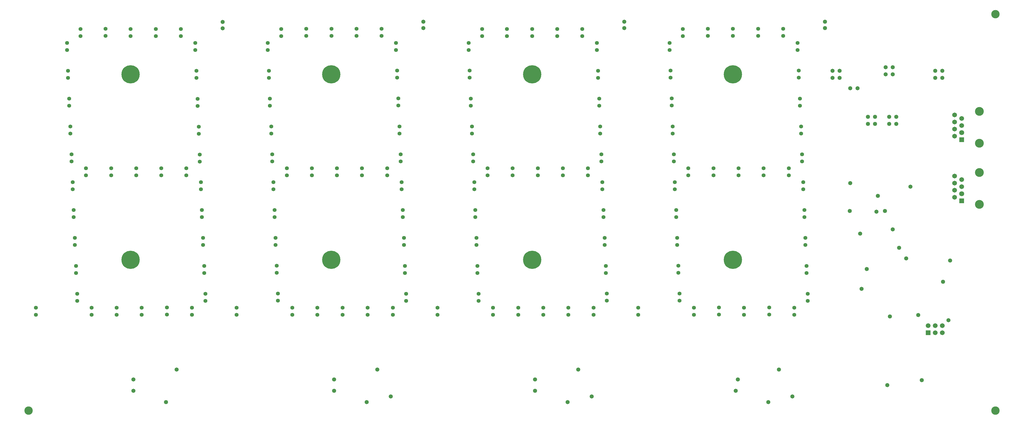
<source format=gbs>
%FSLAX24Y24*%
%MOIN*%
G70*
G01*
G75*
G04 Layer_Color=16711935*
%ADD10R,0.1299X0.0787*%
%ADD11R,0.0866X0.0925*%
%ADD12R,0.0610X0.0925*%
%ADD13R,0.0335X0.0335*%
%ADD14R,0.0394X0.0394*%
%ADD15O,0.0236X0.0866*%
%ADD16O,0.0236X0.0866*%
%ADD17R,0.0787X0.2362*%
%ADD18R,0.0354X0.0354*%
%ADD19R,0.0630X0.1181*%
%ADD20C,0.0394*%
%ADD21R,0.0335X0.0669*%
%ADD22R,0.0472X0.1378*%
%ADD23R,0.2185X0.2559*%
%ADD24R,0.0492X0.1201*%
%ADD25O,0.0689X0.0217*%
%ADD26O,0.0217X0.0689*%
%ADD27R,0.0630X0.0236*%
%ADD28R,0.0630X0.0236*%
%ADD29C,0.0150*%
%ADD30C,0.0250*%
%ADD31C,0.0500*%
%ADD32C,0.0100*%
%ADD33C,0.0300*%
%ADD34C,0.2500*%
%ADD35C,0.0472*%
%ADD36R,0.0591X0.0591*%
%ADD37C,0.0591*%
%ADD38C,0.0472*%
%ADD39C,0.0591*%
%ADD40R,0.0591X0.0591*%
%ADD41C,0.0630*%
%ADD42C,0.1161*%
%ADD43C,0.0500*%
%ADD44C,0.0098*%
%ADD45C,0.0236*%
%ADD46C,0.0079*%
%ADD47R,0.1379X0.0867*%
%ADD48R,0.0946X0.1005*%
%ADD49R,0.0690X0.1005*%
%ADD50R,0.0415X0.0415*%
%ADD51R,0.0474X0.0474*%
%ADD52O,0.0316X0.0946*%
%ADD53O,0.0316X0.0946*%
%ADD54R,0.0867X0.2442*%
%ADD55R,0.0434X0.0434*%
%ADD56R,0.0710X0.1261*%
%ADD57C,0.0984*%
%ADD58R,0.0415X0.0749*%
%ADD59R,0.0552X0.1458*%
%ADD60R,0.2265X0.2639*%
%ADD61R,0.0572X0.1281*%
%ADD62C,0.1181*%
%ADD63O,0.0769X0.0297*%
%ADD64O,0.0297X0.0769*%
%ADD65R,0.0710X0.0316*%
%ADD66R,0.0710X0.0316*%
%ADD67C,0.2580*%
%ADD68C,0.0552*%
%ADD69R,0.0671X0.0671*%
%ADD70C,0.0671*%
%ADD71C,0.0552*%
%ADD72C,0.0671*%
%ADD73R,0.0671X0.0671*%
%ADD74C,0.0710*%
%ADD75C,0.1241*%
%ADD76C,0.0580*%
D62*
X203000Y99500D02*
D03*
Y43500D02*
D03*
X66500D02*
D03*
D67*
X165940Y91000D02*
D03*
Y64800D02*
D03*
X80900D02*
D03*
Y91000D02*
D03*
X137600Y64800D02*
D03*
Y91000D02*
D03*
X109240Y64800D02*
D03*
Y91000D02*
D03*
D68*
X130520Y96420D02*
D03*
Y97420D02*
D03*
X147360Y78700D02*
D03*
Y79700D02*
D03*
X129260Y78720D02*
D03*
Y79720D02*
D03*
X130040Y59020D02*
D03*
Y60020D02*
D03*
X148140Y59040D02*
D03*
Y60040D02*
D03*
X132080Y57060D02*
D03*
Y58060D02*
D03*
X102160Y96420D02*
D03*
Y97420D02*
D03*
X100900Y78720D02*
D03*
Y79720D02*
D03*
X101700Y59040D02*
D03*
Y60040D02*
D03*
X134040Y96420D02*
D03*
Y97420D02*
D03*
X147200Y82660D02*
D03*
Y83660D02*
D03*
X129880Y62960D02*
D03*
Y63960D02*
D03*
X148000Y62960D02*
D03*
Y63960D02*
D03*
X135620Y57060D02*
D03*
Y58060D02*
D03*
X105700Y96440D02*
D03*
Y97440D02*
D03*
X100760Y82640D02*
D03*
Y83640D02*
D03*
X101540Y62980D02*
D03*
Y63980D02*
D03*
X156990Y95450D02*
D03*
Y94450D02*
D03*
X157140Y91550D02*
D03*
Y90550D02*
D03*
X128620Y95460D02*
D03*
Y94460D02*
D03*
X129420Y75780D02*
D03*
Y74780D02*
D03*
X145480Y77740D02*
D03*
Y76740D02*
D03*
X100280Y95460D02*
D03*
Y94460D02*
D03*
X117120Y77740D02*
D03*
Y76740D02*
D03*
X158860Y96420D02*
D03*
Y97420D02*
D03*
X159640Y77740D02*
D03*
Y76740D02*
D03*
X173820Y77740D02*
D03*
Y76740D02*
D03*
X162400Y96430D02*
D03*
Y97430D02*
D03*
X163200Y77760D02*
D03*
Y76760D02*
D03*
X166720Y77740D02*
D03*
Y76740D02*
D03*
X170280Y77740D02*
D03*
Y76740D02*
D03*
X157290Y86600D02*
D03*
Y87600D02*
D03*
X157440Y82650D02*
D03*
Y83650D02*
D03*
X157590Y78700D02*
D03*
Y79700D02*
D03*
X157750Y75780D02*
D03*
Y74780D02*
D03*
X157920Y71840D02*
D03*
Y70840D02*
D03*
X158080Y67900D02*
D03*
Y66900D02*
D03*
X158240Y63970D02*
D03*
Y62970D02*
D03*
X160430Y58060D02*
D03*
Y57060D02*
D03*
X163980Y58070D02*
D03*
Y57070D02*
D03*
X167510Y58060D02*
D03*
Y57060D02*
D03*
X171060Y58070D02*
D03*
Y57070D02*
D03*
X174610Y58060D02*
D03*
Y57060D02*
D03*
X176500Y60020D02*
D03*
Y59020D02*
D03*
X176340Y63960D02*
D03*
Y62960D02*
D03*
X176180Y67900D02*
D03*
Y66900D02*
D03*
X176020Y71840D02*
D03*
Y70840D02*
D03*
X175860Y75780D02*
D03*
Y74780D02*
D03*
X175700Y79700D02*
D03*
Y78700D02*
D03*
X175560Y83660D02*
D03*
Y82660D02*
D03*
X175400Y87570D02*
D03*
Y86570D02*
D03*
X175240Y91530D02*
D03*
Y90530D02*
D03*
X175070Y95460D02*
D03*
Y94460D02*
D03*
X152560Y58060D02*
D03*
Y57060D02*
D03*
X146260Y58060D02*
D03*
Y57060D02*
D03*
X142700Y58040D02*
D03*
Y57040D02*
D03*
X139160Y58060D02*
D03*
Y57060D02*
D03*
X129720Y67900D02*
D03*
Y66900D02*
D03*
X129560Y71840D02*
D03*
Y70840D02*
D03*
X131300Y77740D02*
D03*
Y76740D02*
D03*
X134840Y77740D02*
D03*
Y76740D02*
D03*
X138400Y77740D02*
D03*
Y76740D02*
D03*
X141920Y77740D02*
D03*
Y76740D02*
D03*
X137600Y97420D02*
D03*
Y96420D02*
D03*
X141140Y97420D02*
D03*
Y96420D02*
D03*
X144680Y97420D02*
D03*
Y96420D02*
D03*
X128780Y91540D02*
D03*
Y90540D02*
D03*
X128940Y87580D02*
D03*
Y86580D02*
D03*
X129100Y83660D02*
D03*
Y82660D02*
D03*
X147060Y87580D02*
D03*
Y86580D02*
D03*
X146900Y91520D02*
D03*
Y90520D02*
D03*
X146720Y95460D02*
D03*
Y94460D02*
D03*
X147500Y75780D02*
D03*
Y74780D02*
D03*
X147680Y71840D02*
D03*
Y70840D02*
D03*
X147840Y67900D02*
D03*
Y66900D02*
D03*
X100440Y91520D02*
D03*
Y90520D02*
D03*
X100580Y87580D02*
D03*
Y86580D02*
D03*
X101060Y75780D02*
D03*
Y74780D02*
D03*
X101220Y71840D02*
D03*
Y70840D02*
D03*
X101380Y67900D02*
D03*
Y66900D02*
D03*
X109260Y97440D02*
D03*
Y96440D02*
D03*
X112800Y97440D02*
D03*
Y96440D02*
D03*
X116340Y97440D02*
D03*
Y96440D02*
D03*
X118380Y95460D02*
D03*
Y94460D02*
D03*
X118540Y91540D02*
D03*
Y90540D02*
D03*
X118700Y87600D02*
D03*
Y86600D02*
D03*
X118860Y83640D02*
D03*
Y82640D02*
D03*
X119020Y79720D02*
D03*
Y78720D02*
D03*
X113580Y77760D02*
D03*
Y76760D02*
D03*
X110040Y77740D02*
D03*
Y76740D02*
D03*
X106500Y77740D02*
D03*
Y76740D02*
D03*
X102960Y77740D02*
D03*
Y76740D02*
D03*
X119160Y75780D02*
D03*
Y74780D02*
D03*
X119340Y71840D02*
D03*
Y70840D02*
D03*
X119500Y67920D02*
D03*
Y66920D02*
D03*
X119640Y63960D02*
D03*
Y62960D02*
D03*
X119800Y60020D02*
D03*
Y59020D02*
D03*
X117920Y58060D02*
D03*
Y57060D02*
D03*
X114380Y58060D02*
D03*
Y57060D02*
D03*
X110820Y58060D02*
D03*
Y57060D02*
D03*
X107280Y58060D02*
D03*
Y57060D02*
D03*
X103740Y58060D02*
D03*
Y57060D02*
D03*
X95860Y58060D02*
D03*
Y57060D02*
D03*
X124220Y58060D02*
D03*
Y57060D02*
D03*
X73820Y97420D02*
D03*
Y96420D02*
D03*
X77360Y97440D02*
D03*
X80900Y97420D02*
D03*
Y96420D02*
D03*
X84460Y97420D02*
D03*
Y96420D02*
D03*
X88000Y97400D02*
D03*
Y96400D02*
D03*
X71920Y95460D02*
D03*
Y94460D02*
D03*
X72080Y91520D02*
D03*
Y90520D02*
D03*
X72240Y87580D02*
D03*
Y86580D02*
D03*
X72400Y83640D02*
D03*
Y82640D02*
D03*
X72560Y79700D02*
D03*
Y78700D02*
D03*
X72720Y75780D02*
D03*
Y74780D02*
D03*
X72880Y71840D02*
D03*
Y70840D02*
D03*
X73040Y67900D02*
D03*
Y66900D02*
D03*
X73200Y63960D02*
D03*
Y62960D02*
D03*
X73360Y60020D02*
D03*
Y59020D02*
D03*
X67520Y57060D02*
D03*
Y58060D02*
D03*
X90040Y95440D02*
D03*
Y94440D02*
D03*
X90200Y91500D02*
D03*
Y90500D02*
D03*
X90360Y87560D02*
D03*
Y86560D02*
D03*
X90520Y83620D02*
D03*
Y82620D02*
D03*
X90680Y79680D02*
D03*
Y78680D02*
D03*
X88780Y77740D02*
D03*
Y76740D02*
D03*
X85240Y77740D02*
D03*
Y76740D02*
D03*
X81700Y77740D02*
D03*
Y76740D02*
D03*
X78160Y77740D02*
D03*
Y76740D02*
D03*
X74600Y77740D02*
D03*
Y76740D02*
D03*
X75400Y58060D02*
D03*
X78940Y57060D02*
D03*
Y58060D02*
D03*
X82480Y57060D02*
D03*
Y58060D02*
D03*
X86020Y57080D02*
D03*
Y58080D02*
D03*
X89560Y57060D02*
D03*
Y58060D02*
D03*
X90820Y75780D02*
D03*
Y74780D02*
D03*
X90980Y71840D02*
D03*
Y70840D02*
D03*
X91140Y67900D02*
D03*
Y66900D02*
D03*
X91300Y63960D02*
D03*
Y62960D02*
D03*
X91460Y60020D02*
D03*
X165940Y96430D02*
D03*
Y97430D02*
D03*
X169490Y96430D02*
D03*
Y97430D02*
D03*
X173030Y96430D02*
D03*
Y97430D02*
D03*
X158390Y60040D02*
D03*
Y59040D02*
D03*
D69*
X193500Y54500D02*
D03*
D70*
Y55500D02*
D03*
X194500Y54500D02*
D03*
Y55500D02*
D03*
X195500Y54500D02*
D03*
Y55500D02*
D03*
D71*
X77360Y96440D02*
D03*
X75400Y57060D02*
D03*
X91460Y59020D02*
D03*
D72*
X197250Y85284D02*
D03*
Y82284D02*
D03*
X198250Y84784D02*
D03*
X197250Y84284D02*
D03*
Y83284D02*
D03*
X198250Y83784D02*
D03*
X197250Y73650D02*
D03*
Y76650D02*
D03*
X198250Y76150D02*
D03*
X197250Y74650D02*
D03*
X198250Y75150D02*
D03*
X197250Y75650D02*
D03*
D73*
X198250Y81784D02*
D03*
X198250Y73150D02*
D03*
D74*
X198250Y82784D02*
D03*
X198250Y74150D02*
D03*
D75*
X200750Y81284D02*
D03*
Y85784D02*
D03*
X200750Y72650D02*
D03*
Y77150D02*
D03*
D76*
X85900Y44700D02*
D03*
X81300Y46300D02*
D03*
X87400Y49300D02*
D03*
X166640Y47900D02*
D03*
X166340Y46300D02*
D03*
X170940Y44700D02*
D03*
X172440Y49300D02*
D03*
X187400Y71700D02*
D03*
X187500Y92000D02*
D03*
X188500D02*
D03*
X187500Y91000D02*
D03*
X188500D02*
D03*
X191000Y75150D02*
D03*
X183550Y89050D02*
D03*
X182500D02*
D03*
X187750Y47100D02*
D03*
X182450Y71700D02*
D03*
X182500Y75650D02*
D03*
X186400Y73850D02*
D03*
X194500Y90500D02*
D03*
X195500D02*
D03*
Y91500D02*
D03*
X194500D02*
D03*
X180000D02*
D03*
X181000D02*
D03*
Y90500D02*
D03*
X180000D02*
D03*
X183900Y68500D02*
D03*
X189400Y66500D02*
D03*
X184100Y60700D02*
D03*
X195600Y61700D02*
D03*
X196600Y64700D02*
D03*
X192100Y57000D02*
D03*
X185000Y85000D02*
D03*
X186000D02*
D03*
Y84000D02*
D03*
X185000D02*
D03*
X188000D02*
D03*
X189000D02*
D03*
Y85000D02*
D03*
X188000D02*
D03*
X190400Y65000D02*
D03*
X184830Y63510D02*
D03*
X188500Y69100D02*
D03*
X186200Y71600D02*
D03*
X188100Y56800D02*
D03*
X178950Y97550D02*
D03*
Y98450D02*
D03*
X150610D02*
D03*
Y97550D02*
D03*
X144100Y49300D02*
D03*
X142600Y44700D02*
D03*
X138000Y46300D02*
D03*
Y47900D02*
D03*
X122250Y98450D02*
D03*
Y97550D02*
D03*
X114240Y44700D02*
D03*
X109640Y46300D02*
D03*
X115740Y49300D02*
D03*
X109640Y47900D02*
D03*
X93910Y97510D02*
D03*
Y98410D02*
D03*
X174350Y45500D02*
D03*
X192600Y47800D02*
D03*
X146010Y45500D02*
D03*
X117650D02*
D03*
X196374Y56276D02*
D03*
X81300Y47900D02*
D03*
M02*

</source>
